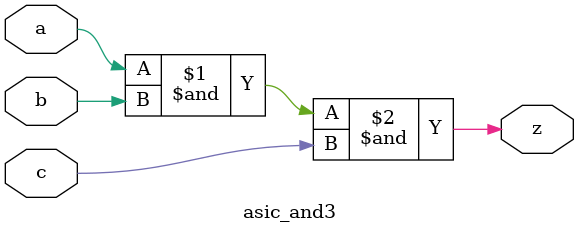
<source format=v>

module asic_and3 #(parameter PROP = "DEFAULT")  (
   input  a,
   input  b,
   input  c,
   output z
   );

   assign z = a & b & c;

endmodule

</source>
